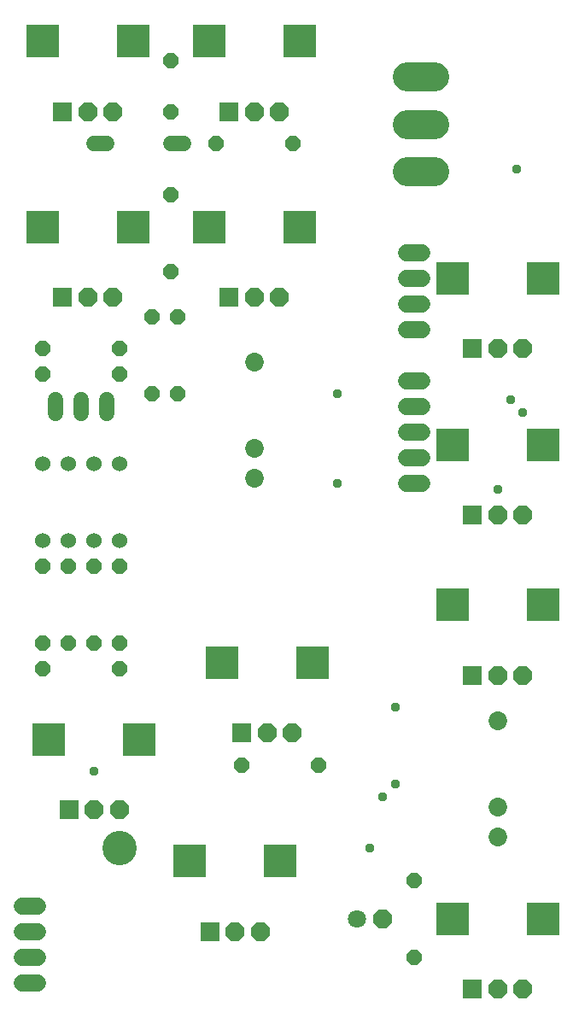
<source format=gbr>
G04 EAGLE Gerber RS-274X export*
G75*
%MOMM*%
%FSLAX34Y34*%
%LPD*%
%INSoldermask Bottom*%
%IPPOS*%
%AMOC8*
5,1,8,0,0,1.08239X$1,22.5*%
G01*
%ADD10C,3.403600*%
%ADD11R,1.879600X1.879600*%
%ADD12P,2.034460X8X292.500000*%
%ADD13R,3.319200X3.319200*%
%ADD14P,1.951982X8X22.500000*%
%ADD15C,1.803400*%
%ADD16P,1.649562X8X202.500000*%
%ADD17C,1.853200*%
%ADD18C,1.524000*%
%ADD19P,1.649562X8X292.500000*%
%ADD20P,1.649562X8X112.500000*%
%ADD21C,2.908300*%
%ADD22C,1.524000*%
%ADD23C,1.727200*%
%ADD24C,0.959600*%


D10*
X114300Y158750D03*
D11*
X203600Y76050D03*
D12*
X228600Y76050D03*
X253600Y76050D03*
D13*
X273600Y146050D03*
X183600Y146050D03*
D14*
X374650Y88900D03*
D15*
X349250Y88900D03*
D16*
X114300Y654050D03*
X38100Y654050D03*
D17*
X247650Y640550D03*
X247650Y555550D03*
X247650Y525550D03*
D18*
X178054Y857250D02*
X164846Y857250D01*
X101854Y857250D02*
X88646Y857250D01*
D19*
X165100Y939800D03*
X165100Y889000D03*
D16*
X285750Y857250D03*
X209550Y857250D03*
D11*
X222650Y888850D03*
D12*
X247650Y888850D03*
X272650Y888850D03*
D13*
X292650Y958850D03*
X202650Y958850D03*
D20*
X165100Y730250D03*
X165100Y806450D03*
D18*
X50800Y603504D02*
X50800Y590296D01*
X101600Y590296D02*
X101600Y603504D01*
X76200Y603504D02*
X76200Y590296D01*
D11*
X57550Y888850D03*
D12*
X82550Y888850D03*
X107550Y888850D03*
D13*
X127550Y958850D03*
X37550Y958850D03*
D11*
X63900Y196700D03*
D12*
X88900Y196700D03*
X113900Y196700D03*
D13*
X133900Y266700D03*
X43900Y266700D03*
D11*
X235350Y272900D03*
D12*
X260350Y272900D03*
X285350Y272900D03*
D13*
X305350Y342900D03*
X215350Y342900D03*
D16*
X114300Y336550D03*
X38100Y336550D03*
X311150Y241300D03*
X234950Y241300D03*
D11*
X57550Y704700D03*
D12*
X82550Y704700D03*
X107550Y704700D03*
D13*
X127550Y774700D03*
X37550Y774700D03*
D16*
X114300Y628650D03*
X38100Y628650D03*
D11*
X222650Y704700D03*
D12*
X247650Y704700D03*
X272650Y704700D03*
D13*
X292650Y774700D03*
X202650Y774700D03*
D21*
X399225Y829310D02*
X426276Y829310D01*
X426276Y876300D02*
X399225Y876300D01*
X399225Y923290D02*
X426276Y923290D01*
D11*
X463950Y330050D03*
D12*
X488950Y330050D03*
X513950Y330050D03*
D13*
X533950Y400050D03*
X443950Y400050D03*
D11*
X463950Y488800D03*
D12*
X488950Y488800D03*
X513950Y488800D03*
D13*
X533950Y558800D03*
X443950Y558800D03*
D11*
X463950Y653900D03*
D12*
X488950Y653900D03*
X513950Y653900D03*
D13*
X533950Y723900D03*
X443950Y723900D03*
D20*
X114300Y361950D03*
X114300Y438150D03*
D19*
X38100Y438150D03*
X38100Y361950D03*
X63500Y438150D03*
X63500Y361950D03*
D20*
X88900Y361950D03*
X88900Y438150D03*
D11*
X463950Y18900D03*
D12*
X488950Y18900D03*
X513950Y18900D03*
D13*
X533950Y88900D03*
X443950Y88900D03*
D19*
X406400Y127000D03*
X406400Y50800D03*
D17*
X488950Y284950D03*
X488950Y199950D03*
X488950Y169950D03*
D22*
X38100Y463550D03*
X63500Y463550D03*
X63500Y539750D03*
X38100Y539750D03*
X88900Y463550D03*
X114300Y463550D03*
X88900Y539750D03*
X114300Y539750D03*
D23*
X398780Y673100D02*
X414020Y673100D01*
X414020Y698500D02*
X398780Y698500D01*
X398780Y723900D02*
X414020Y723900D01*
X414020Y749300D02*
X398780Y749300D01*
X33020Y25400D02*
X17780Y25400D01*
X17780Y50800D02*
X33020Y50800D01*
X33020Y76200D02*
X17780Y76200D01*
X17780Y101600D02*
X33020Y101600D01*
D20*
X146050Y609600D03*
X146050Y685800D03*
D19*
X171450Y685800D03*
X171450Y609600D03*
D23*
X398780Y622300D02*
X414020Y622300D01*
X414020Y596900D02*
X398780Y596900D01*
X398780Y571500D02*
X414020Y571500D01*
X414020Y546100D02*
X398780Y546100D01*
X398780Y520700D02*
X414020Y520700D01*
D24*
X361950Y158750D03*
X374650Y209550D03*
X387350Y298450D03*
X488950Y514350D03*
X513950Y590950D03*
X508000Y831850D03*
X501650Y603250D03*
X88900Y234950D03*
X387350Y222250D03*
X330200Y609600D03*
X330200Y520700D03*
M02*

</source>
